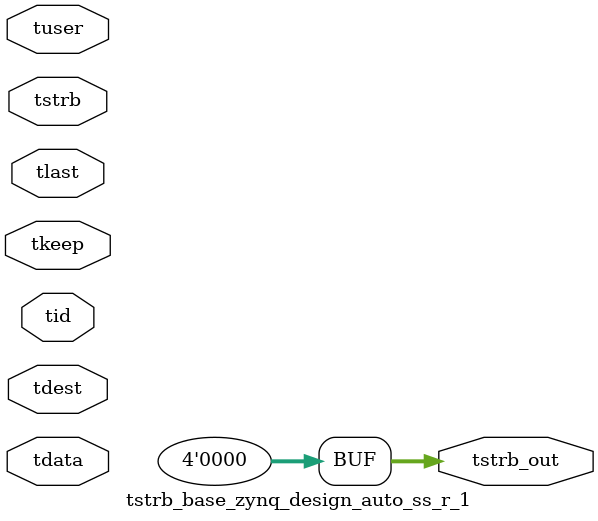
<source format=v>


`timescale 1ps/1ps

module tstrb_base_zynq_design_auto_ss_r_1 #
(
parameter C_S_AXIS_TDATA_WIDTH = 32,
parameter C_S_AXIS_TUSER_WIDTH = 0,
parameter C_S_AXIS_TID_WIDTH   = 0,
parameter C_S_AXIS_TDEST_WIDTH = 0,
parameter C_M_AXIS_TDATA_WIDTH = 32
)
(
input  [(C_S_AXIS_TDATA_WIDTH == 0 ? 1 : C_S_AXIS_TDATA_WIDTH)-1:0     ] tdata,
input  [(C_S_AXIS_TUSER_WIDTH == 0 ? 1 : C_S_AXIS_TUSER_WIDTH)-1:0     ] tuser,
input  [(C_S_AXIS_TID_WIDTH   == 0 ? 1 : C_S_AXIS_TID_WIDTH)-1:0       ] tid,
input  [(C_S_AXIS_TDEST_WIDTH == 0 ? 1 : C_S_AXIS_TDEST_WIDTH)-1:0     ] tdest,
input  [(C_S_AXIS_TDATA_WIDTH/8)-1:0 ] tkeep,
input  [(C_S_AXIS_TDATA_WIDTH/8)-1:0 ] tstrb,
input                                                                    tlast,
output [(C_M_AXIS_TDATA_WIDTH/8)-1:0 ] tstrb_out
);

assign tstrb_out = {1'b0};

endmodule


</source>
